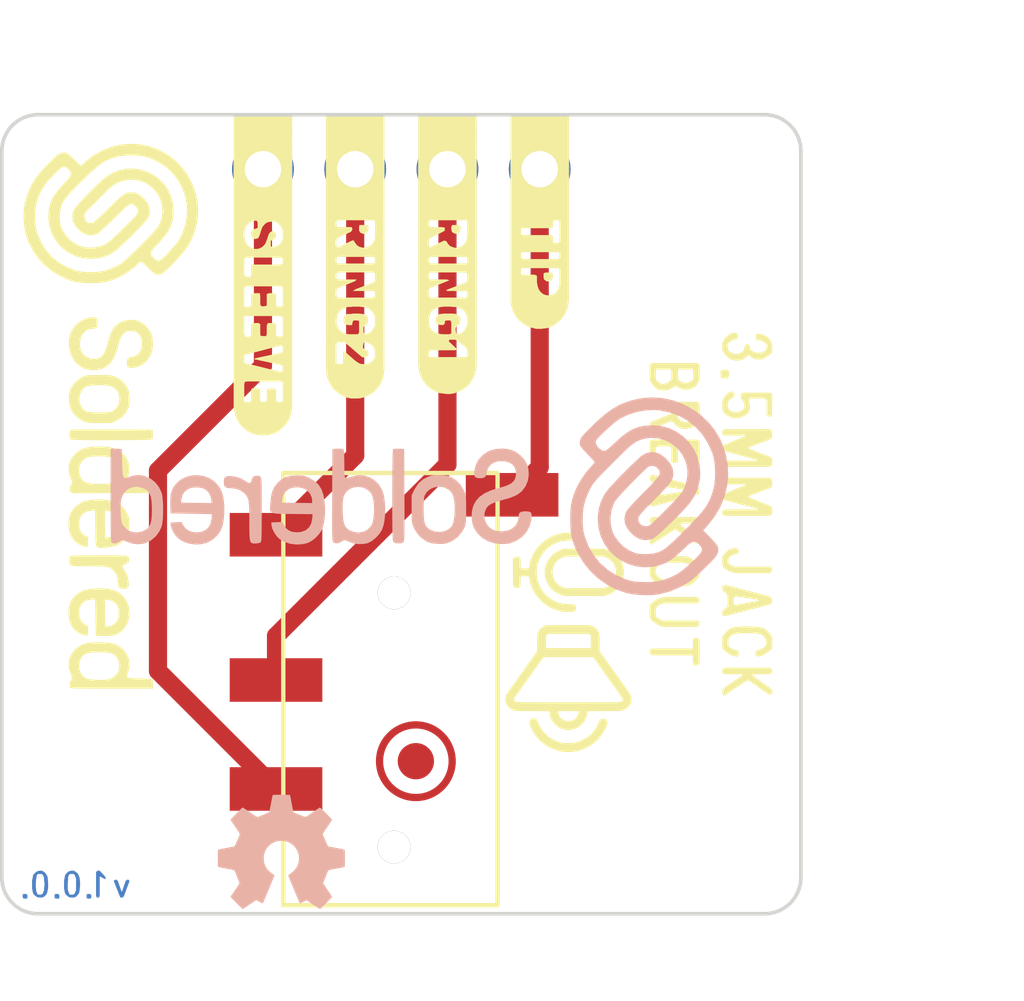
<source format=kicad_pcb>
(kicad_pcb (version 20210623) (generator pcbnew)
  (layers (0 "F.Cu" signal) (31 "B.Cu" signal) (34 "B.Paste" user) (35 "F.Paste" user) (36 "B.SilkS" user "B.Silkscreen") (37 "F.SilkS" user "F.Silkscreen") (38 "B.Mask" user) (39 "F.Mask" user) (44 "Edge.Cuts" user))
  (net 0 "")
  (net 1 "TIP")
  (net 2 "RING2")
  (net 3 "RING1")
  (net 4 "SLEEVE")
  (footprint "e-radionica.com footprinti:FIDUCIAL_23" (layer "F.Cu") (at 143.4 105.8)
    (fp_text reference "FD1")
    (fp_text value "FIDUCIAL")
    (fp_circle (center 0 0) (end 1 0) (layer "F.Cu") (width 0.2) (fill none))
    (pad "1" smd circle (at 0 0) (size 1 1) (layers "F.Cu" "F.Paste" "F.Mask") (clearance 1.1))
  )
  (footprint "buzzardLabel" (layer "F.Cu") (at 152.5 99 -90)
    (fp_text reference "" (at 0 0 90) (layer "F.SilkS") (effects (font (size 1.27 1.27))))
    (fp_text value "" (at 0 0 90) (layer "F.SilkS") (effects (font (size 1.27 1.27))))
  )
  (footprint "buzzardLabel" (layer "F.Cu") (at 150.5 99 -90)
    (fp_text reference "" (at 0 0 90) (layer "F.SilkS") (effects (font (size 1.27 1.27))))
    (fp_text value "" (at 0 0 90) (layer "F.SilkS") (effects (font (size 1.27 1.27))))
  )
  (footprint "Soldered Graphics:Symbol-Front-Speaker" (layer "F.Cu") (at 147.6 103.8 -90)
    (fp_text reference "G***" hide)
    (fp_text value "LOGO" hide)
  )
  (footprint "e-radionica.com footprinti:3.5mm_jack" (layer "F.Cu") (at 142.8 109.765 90)
    (fp_text reference "K1")
    (fp_text value "3.5mm_jack")
    (pad "1" smd rect (at 11.3 3.25 90) (size 1.2 2.55) (layers "F.Cu" "F.Paste" "F.Mask") (net 1 "TIP"))
    (pad "2" smd rect (at 10.2 -3.25 90) (size 1.2 2.55) (layers "F.Cu" "F.Paste" "F.Mask") (net 2 "RING2"))
    (pad "3" smd rect (at 6.2 -3.25 90) (size 1.2 2.55) (layers "F.Cu" "F.Paste" "F.Mask") (net 3 "RING1"))
    (pad "4" smd rect (at 3.2 -3.25 90) (size 1.2 2.55) (layers "F.Cu" "F.Paste" "F.Mask") (net 4 "SLEEVE"))
    (pad "5" thru_hole circle (at 1.6 0 90) (size 0.9 0.9) (drill 1) (layers *.Cu *.Mask))
    (pad "5" thru_hole circle (at 8.6 0 90) (size 0.9 0.9) (drill 1) (layers *.Cu *.Mask))
  )
  (footprint "Soldered Graphics:Symbol-Front-Microphone" (layer "F.Cu") (at 147.6 100.6 -90)
    (fp_text reference "G***" hide)
    (fp_text value "LOGO" hide)
  )
  (footprint "buzzardLabel" (layer "F.Cu") (at 141.73 87.6 -90)
    (fp_text reference "" (at 0 0 90) (layer "F.SilkS") (effects (font (size 1.27 1.27))))
    (fp_text value "" (at 0 0 90) (layer "F.SilkS") (effects (font (size 1.27 1.27))))
  )
  (footprint "e-radionica.com footprinti:HOLE_3.2mm" (layer "F.Cu") (at 135 107)
    (fp_text reference "H1" hide)
    (fp_text value "HOLE_3.2mm" hide)
    (pad "" np_thru_hole circle locked (at 0 0) (size 3.2 3.2) (drill 3.2) (layers F&B.Cu *.Mask))
  )
  (footprint "buzzardLabel" (layer "F.Cu") (at 146.81 87.6 -90)
    (fp_text reference "" (at 0 0 90) (layer "F.SilkS") (effects (font (size 1.27 1.27))))
    (fp_text value "" (at 0 0 90) (layer "F.SilkS") (effects (font (size 1.27 1.27))))
  )
  (footprint "e-radionica.com footprinti:HOLE_3.2mm" (layer "F.Cu") (at 151 107)
    (fp_text reference "H2" hide)
    (fp_text value "HOLE_3.2mm" hide)
    (pad "" np_thru_hole circle locked (at 0 0) (size 3.2 3.2) (drill 3.2) (layers F&B.Cu *.Mask))
  )
  (footprint "Soldered Graphics:Logo-Back-OSH-3.5mm" (layer "F.Cu") (at 139.7 108.3)
    (fp_text reference "G***" hide)
    (fp_text value "LOGO" hide)
  )
  (footprint "Soldered Graphics:Logo-Back-SolderedFULL-17mm" (layer "F.Cu") (at 143.5 98.51)
    (fp_text reference "REF**" hide)
    (fp_text value "Logo-Front-SolderedFULL-17mm" hide)
  )
  (footprint "buzzardLabel" (layer "F.Cu") (at 139.19 87.6 -90)
    (fp_text reference "" (at 0 0 90) (layer "F.SilkS") (effects (font (size 1.27 1.27))))
    (fp_text value "" (at 0 0 90) (layer "F.SilkS") (effects (font (size 1.27 1.27))))
  )
  (footprint "buzzardLabel" (layer "F.Cu") (at 144.27 87.6 -90)
    (fp_text reference "" (at 0 0 90) (layer "F.SilkS") (effects (font (size 1.27 1.27))))
    (fp_text value "" (at 0 0 90) (layer "F.SilkS") (effects (font (size 1.27 1.27))))
  )
  (footprint "Soldered Graphics:Logo-Front-SolderedFULL-15mm" (layer "F.Cu") (at 135 96.3 -90)
    (fp_text reference "REF**" hide)
    (fp_text value "Logo-Front-SolderedFULL-15mm" hide)
  )
  (footprint "e-radionica.com footprinti:HEADER_MALE_4X1" (layer "B.Cu") (at 143 89.5)
    (fp_text reference "K2")
    (fp_text value "HEADER_MALE_4X1")
    (pad "1" thru_hole circle locked (at -3.81 0) (size 1.7 1.7) (drill 1) (layers *.Cu *.Mask) (net 4 "SLEEVE"))
    (pad "2" thru_hole circle locked (at -1.27 0) (size 1.7 1.7) (drill 1) (layers *.Cu *.Mask) (net 2 "RING2"))
    (pad "3" thru_hole circle locked (at 1.27 0) (size 1.7 1.7) (drill 1) (layers *.Cu *.Mask) (net 3 "RING1"))
    (pad "4" thru_hole circle locked (at 3.81 0) (size 1.7 1.7) (drill 1) (layers *.Cu *.Mask) (net 1 "TIP"))
  )
  (footprint "Soldered Graphics:Version1.0.0." (layer "B.Cu") (at 134 109.2 180)
    (fp_text reference "Ref**" hide)
    (fp_text value "Val**" hide)
    (fp_poly (pts (xy 1.31 -0.38) (xy 1.36 -0.38) (xy 1.41 -0.37) (xy 1.42 -0.33) (xy 1.42 -0.27) (xy 1.38 -0.26) (xy 1.33 -0.26) (xy 1.3 -0.29) (xy 1.3 -0.34) (xy 1.31 -0.38)) (layer "B.Cu") (width 0.01) (fill solid))
    (fp_poly (pts (xy -0.44 -0.38) (xy -0.39 -0.38) (xy -0.34 -0.37) (xy -0.34 -0.33) (xy -0.34 -0.27) (xy -0.38 -0.26) (xy -0.43 -0.26) (xy -0.46 -0.29) (xy -0.46 -0.34) (xy -0.44 -0.38)) (layer "B.Cu") (width 0.01) (fill solid))
    (fp_poly (pts (xy 0.43 -0.38) (xy 0.48 -0.38) (xy 0.54 -0.37) (xy 0.54 -0.33) (xy 0.54 -0.27) (xy 0.5 -0.26) (xy 0.45 -0.26) (xy 0.42 -0.29) (xy 0.42 -0.34) (xy 0.43 -0.38)) (layer "B.Cu") (width 0.01) (fill solid))
    (fp_poly (pts (xy 0.06 -0.35) (xy 0.11 -0.35) (xy 0.17 -0.33) (xy 0.13 -0.28) (xy 0.03 -0.28) (xy -0.01 -0.25) (xy -0.03 -0.2) (xy -0.05 -0.15) (xy -0.05 -0.11) (xy -0.05 0.01) (xy -0.05 0.13) (xy -0.05 0.17) (xy -0.03 0.22) (xy -0.01 0.27) (xy 0.02 0.3) (xy 0.13 0.3) (xy 0.16 0.26) (xy 0.18 0.21) (xy 0.18 0.15) (xy 0.19 0.05) (xy 0.19 -0.08) (xy 0.19 -0.12) (xy 0.18 -0.17) (xy 0.16 -0.22) (xy 0.14 -0.27) (xy 0.14 -0.28) (xy 0.17 -0.32) (xy 0.21 -0.29) (xy 0.24 -0.26) (xy 0.26 -0.22) (xy 0.27 -0.16) (xy 0.28 -0.11) (xy 0.28 -0.06) (xy 0.28 0.06) (xy 0.28 0.12) (xy 0.27 0.17) (xy 0.26 0.22) (xy 0.25 0.27) (xy 0.22 0.3) (xy 0.19 0.34) (xy 0.13 0.37) (xy 0.08 0.38) (xy 0.02 0.38) (xy -0.03 0.35) (xy -0.08 0.31) (xy -0.1 0.28) (xy -0.12 0.23) (xy -0.14 0.18) (xy -0.14 0.13) (xy -0.15 0.08) (xy -0.15 -0.04) (xy -0.14 -0.1) (xy -0.14 -0.14) (xy -0.13 -0.2) (xy -0.11 -0.25) (xy -0.08 -0.28) (xy -0.05 -0.32) (xy 0.01 -0.35) (xy 0.06 -0.35)) (layer "B.Cu") (width 0.01) (fill solid))
    (fp_poly (pts (xy -0.67 -0.35) (xy -0.62 -0.35) (xy -0.6 -0.31) (xy -0.6 0.35) (xy -0.64 0.38) (xy -0.69 0.38) (xy -0.73 0.34) (xy -0.84 0.22) (xy -0.86 0.17) (xy -0.83 0.16) (xy -0.73 0.22) (xy -0.69 0.23) (xy -0.69 -0.31) (xy -0.67 -0.35)) (layer "B.Cu") (width 0.01) (fill solid))
    (fp_poly (pts (xy 0.93 -0.35) (xy 0.99 -0.35) (xy 1.04 -0.33) (xy 1.01 -0.28) (xy 0.91 -0.28) (xy 0.87 -0.25) (xy 0.85 -0.2) (xy 0.83 -0.15) (xy 0.83 -0.11) (xy 0.82 0.01) (xy 0.83 0.13) (xy 0.83 0.17) (xy 0.84 0.22) (xy 0.87 0.27) (xy 0.9 0.3) (xy 1.01 0.3) (xy 1.04 0.26) (xy 1.05 0.21) (xy 1.06 0.15) (xy 1.07 0.05) (xy 1.07 -0.08) (xy 1.06 -0.12) (xy 1.06 -0.17) (xy 1.04 -0.22) (xy 1.02 -0.27) (xy 1.01 -0.28) (xy 1.05 -0.32) (xy 1.09 -0.29) (xy 1.12 -0.26) (xy 1.14 -0.22) (xy 1.15 -0.16) (xy 1.16 -0.11) (xy 1.16 -0.06) (xy 1.16 0.06) (xy 1.16 0.12) (xy 1.15 0.17) (xy 1.14 0.22) (xy 1.13 0.27) (xy 1.1 0.3) (xy 1.06 0.34) (xy 1.01 0.37) (xy 0.95 0.38) (xy 0.9 0.38) (xy 0.84 0.35) (xy 0.8 0.31) (xy 0.78 0.28) (xy 0.75 0.23) (xy 0.74 0.18) (xy 0.74 0.13) (xy 0.73 0.08) (xy 0.73 -0.04) (xy 0.73 -0.1) (xy 0.74 -0.14) (xy 0.75 -0.2) (xy 0.77 -0.25) (xy 0.79 -0.28) (xy 0.83 -0.32) (xy 0.89 -0.35) (xy 0.93 -0.35)) (layer "B.Cu") (width 0.01) (fill solid))
    (fp_poly (pts (xy -1.33 -0.35) (xy -1.27 -0.35) (xy -1.25 -0.31) (xy -1.09 0.1) (xy -1.11 0.13) (xy -1.16 0.13) (xy -1.19 0.1) (xy -1.28 -0.16) (xy -1.3 -0.21) (xy -1.32 -0.17) (xy -1.41 0.09) (xy -1.44 0.13) (xy -1.49 0.13) (xy -1.51 0.1) (xy -1.36 -0.31) (xy -1.33 -0.35)) (layer "B.Cu") (width 0.01) (fill solid))
  )
  (gr_line (start 153 88) (end 133 88) (layer "Edge.Cuts") (width 0.1))
  (gr_line (start 154 109) (end 154 89) (layer "Edge.Cuts") (width 0.1))
  (gr_arc (start 153 109) (end 153 110) (angle -90) (layer "Edge.Cuts") (width 0.1))
  (gr_line (start 133 110) (end 153 110) (layer "Edge.Cuts") (width 0.1))
  (gr_arc (start 153 89) (end 153 88) (angle 90) (layer "Edge.Cuts") (width 0.1))
  (gr_line (start 132 89) (end 132 109) (layer "Edge.Cuts") (width 0.1))
  (gr_arc (start 133 89) (end 132 89) (angle 90) (layer "Edge.Cuts") (width 0.1))
  (gr_arc (start 133 109.000003) (end 133 110) (angle 90) (layer "Edge.Cuts") (width 0.1))
  (segment (start 146.81 97.705) (end 146.05 98.465) (width 0.5) (layer "F.Cu") (net 1))
  (segment (start 146.81 89.5) (end 146.81 97.705) (width 0.5) (layer "F.Cu") (net 1))
  (segment (start 147.435 90.125) (end 146.81 89.5) (width 0.254) (layer "F.Cu") (net 1))
  (segment (start 141.73 97.385) (end 139.55 99.565) (width 0.5) (layer "F.Cu") (net 2))
  (segment (start 141.73 89.5) (end 141.73 97.385) (width 0.5) (layer "F.Cu") (net 2))
  (segment (start 144.27 97.63) (end 139.55 102.35) (width 0.5) (layer "F.Cu") (net 3))
  (segment (start 139.55 102.35) (end 139.55 103.565) (width 0.5) (layer "F.Cu") (net 3))
  (segment (start 144.27 89.5) (end 144.27 97.63) (width 0.5) (layer "F.Cu") (net 3))
  (segment (start 136.3 103.315) (end 139.55 106.565) (width 0.5) (layer "F.Cu") (net 4))
  (segment (start 139.19 89.5) (end 139.19 94.91) (width 0.5) (layer "F.Cu") (net 4))
  (segment (start 136.3 97.8) (end 136.3 103.315) (width 0.5) (layer "F.Cu") (net 4))
  (segment (start 139.19 94.91) (end 136.3 97.8) (width 0.5) (layer "F.Cu") (net 4))
)
</source>
